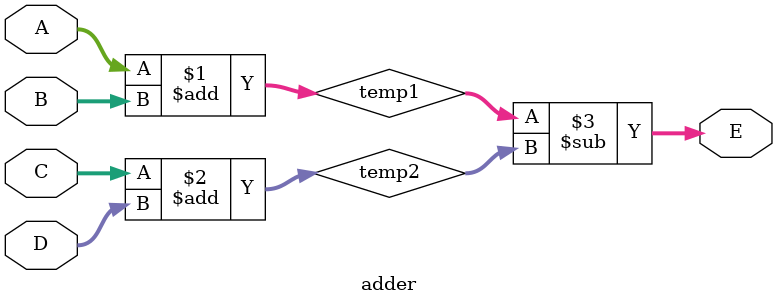
<source format=v>
module adder (
    input [3:0] A,
    input [3:0] B,
    input [3:0] C,
    input [3:0] D,
    output [5:0] E
);

    wire [4:0] temp1, temp2;
    assign temp1 = A+B;
    assign temp2 = C+D;
    assign E = temp1-temp2;
endmodule

</source>
